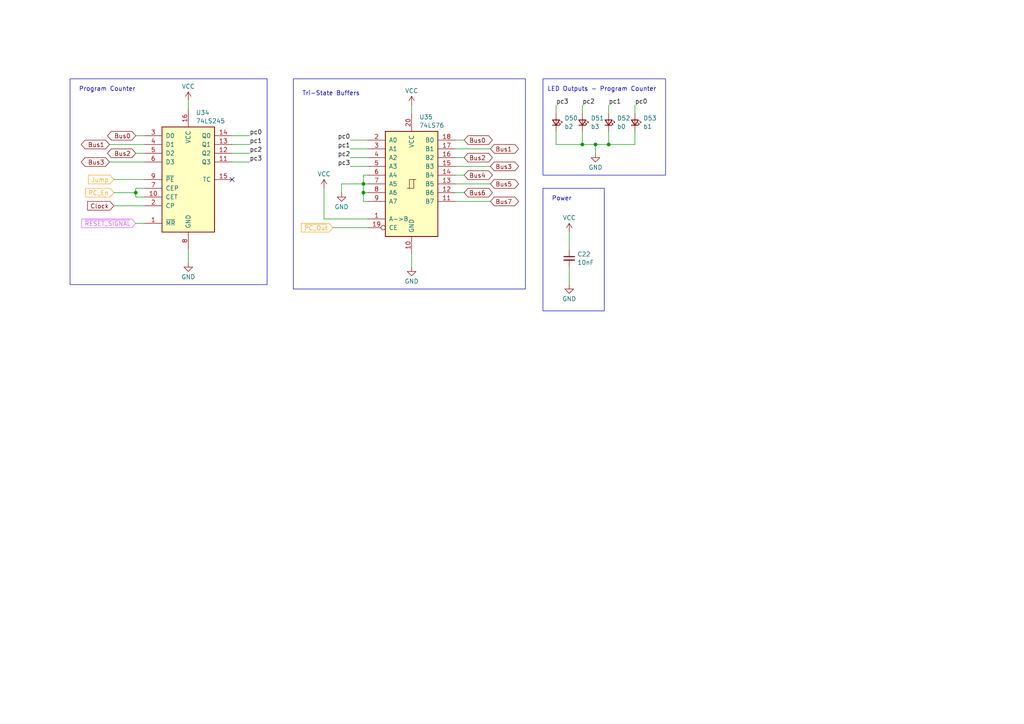
<source format=kicad_sch>
(kicad_sch (version 20230121) (generator eeschema)
  (paper "A4")
  (title_block (title "Program Counter") (date "2024-01-27") (rev "1.0"))
  (lib_symbols
    (symbol "74xx:74LS161" (pin_names (offset 1.016))
      (property "Reference" "U" (at -7.62 16.51 0))
      (property "Value" "74LS161" (at -7.62 -16.51 0))
      (symbol "74LS161_1_0"
        (pin input line (at -12.7 -12.7 0) (length 5.08) (name "~{MR}") (number "1"))
        (pin input line (at -12.7 -5.08 0) (length 5.08) (name "CET") (number "10"))
        (pin output line (at 12.7 5.08 180) (length 5.08) (name "Q3") (number "11"))
        (pin output line (at 12.7 7.62 180) (length 5.08) (name "Q2") (number "12"))
        (pin output line (at 12.7 10.16 180) (length 5.08) (name "Q1") (number "13"))
        (pin output line (at 12.7 12.7 180) (length 5.08) (name "Q0") (number "14"))
        (pin output line (at 12.7 0 180) (length 5.08) (name "TC") (number "15"))
        (pin power_in line (at 0 20.32 270) (length 5.08) (name "VCC") (number "16"))
        (pin input line (at -12.7 -7.62 0) (length 5.08) (name "CP") (number "2"))
        (pin input line (at -12.7 12.7 0) (length 5.08) (name "D0") (number "3"))
        (pin input line (at -12.7 10.16 0) (length 5.08) (name "D1") (number "4"))
        (pin input line (at -12.7 7.62 0) (length 5.08) (name "D2") (number "5"))
        (pin input line (at -12.7 5.08 0) (length 5.08) (name "D3") (number "6"))
        (pin input line (at -12.7 -2.54 0) (length 5.08) (name "CEP") (number "7"))
        (pin power_in line (at 0 -20.32 90) (length 5.08) (name "GND") (number "8"))
        (pin input line (at -12.7 0 0) (length 5.08) (name "~{PE}") (number "9"))
      )
      (symbol "74LS161_1_1"
        (rectangle (start -7.62 15.24) (end 7.62 -15.24) (stroke (width 0.254)) (fill (type background)))
      )
    )
    (symbol "74xx:74LS245" (pin_names (offset 1.016))
      (property "Reference" "U32" (at 2.1941 19.3843 0))
      (property "Value" "74LS245" (at 2.1941 16.9601 0))
      (symbol "74LS245_1_0"
        (polyline (pts (xy -0.635 -1.27) (xy -0.635 1.27) (xy 0.635 1.27)))
        (polyline (pts (xy -1.27 -1.27) (xy 0.635 -1.27) (xy 0.635 1.27) (xy 1.27 1.27)))
        (pin input line (at -12.7 -10.16 0) (length 5.08) (name "A->B") (number "1"))
        (pin power_in line (at 0 -20.32 90) (length 5.08) (name "GND") (number "10"))
        (pin tri_state line (at 12.7 -5.08 180) (length 5.08) (name "B7") (number "11"))
        (pin tri_state line (at 12.7 -2.54 180) (length 5.08) (name "B6") (number "12"))
        (pin tri_state line (at 12.7 0 180) (length 5.08) (name "B5") (number "13"))
        (pin tri_state line (at 12.7 2.54 180) (length 5.08) (name "B4") (number "14"))
        (pin tri_state line (at 12.7 5.08 180) (length 5.08) (name "B3") (number "15"))
        (pin tri_state line (at 12.7 7.62 180) (length 5.08) (name "B2") (number "16"))
        (pin tri_state line (at 12.7 10.16 180) (length 5.08) (name "B1") (number "17"))
        (pin tri_state line (at 12.7 12.7 180) (length 5.08) (name "B0") (number "18"))
        (pin input inverted (at -12.7 -12.7 0) (length 5.08) (name "CE") (number "19"))
        (pin input line (at -12.7 12.7 0) (length 5.08) (name "A0") (number "2"))
        (pin power_in line (at 0 20.32 270) (length 5.08) (name "VCC") (number "20"))
        (pin input line (at -12.7 10.16 0) (length 5.08) (name "A1") (number "3"))
        (pin input line (at -12.7 7.62 0) (length 5.08) (name "A2") (number "4"))
        (pin input line (at -12.7 5.08 0) (length 5.08) (name "A3") (number "5"))
        (pin input line (at -12.7 2.54 0) (length 5.08) (name "A4") (number "6"))
        (pin input line (at -12.7 0 0) (length 5.08) (name "A5") (number "7"))
        (pin input line (at -12.7 -2.54 0) (length 5.08) (name "A6") (number "8"))
        (pin input line (at -12.7 -5.08 0) (length 5.08) (name "A7") (number "9"))
      )
      (symbol "74LS245_1_1"
        (rectangle (start -7.62 15.24) (end 7.62 -15.24) (stroke (width 0.254)) (fill (type background)))
      )
    )
    (symbol "Device:C_Small" (pin_numbers hide) (pin_names (offset 0.254) hide)
      (property "Reference" "C" (at 0.254 1.778 0))
      (property "Value" "C_Small" (at 0.254 -2.032 0))
      (symbol "C_Small_0_1"
        (polyline (pts (xy -1.524 -0.508) (xy 1.524 -0.508)) (stroke (width 0.3302)))
        (polyline (pts (xy -1.524 0.508) (xy 1.524 0.508)) (stroke (width 0.3048)))
      )
      (symbol "C_Small_1_1"
        (pin passive line (at 0 2.54 270) (length 2.032) (name "~") (number "1"))
        (pin passive line (at 0 -2.54 90) (length 2.032) (name "~") (number "2"))
      )
    )
    (symbol "Device:LED_Small" (pin_numbers hide) (pin_names (offset 0.254) hide)
      (property "Reference" "D" (at -1.27 3.175 0))
      (property "Value" "LED_Small" (at -4.445 -2.54 0))
      (symbol "LED_Small_0_1"
        (polyline (pts (xy -0.762 -1.016) (xy -0.762 1.016)) (stroke (width 0.254)))
        (polyline (pts (xy 1.016 0) (xy -0.762 0)))
        (polyline (pts (xy 0.762 -1.016) (xy -0.762 0) (xy 0.762 1.016) (xy 0.762 -1.016)) (stroke (width 0.254)))
        (polyline (pts (xy 0 0.762) (xy -0.508 1.27) (xy -0.254 1.27) (xy -0.508 1.27) (xy -0.508 1.016)))
        (polyline (pts (xy 0.508 1.27) (xy 0 1.778) (xy 0.254 1.778) (xy 0 1.778) (xy 0 1.524)))
      )
      (symbol "LED_Small_1_1"
        (pin passive line (at -2.54 0 0) (length 1.778) (name "K") (number "1"))
        (pin passive line (at 2.54 0 180) (length 1.778) (name "A") (number "2"))
      )
    )
    (symbol "power:GND" (power) (pin_names (offset 0))
      (property "Value" "GND" (at 0 -3.81 0))
      (symbol "GND_0_1"
        (polyline (pts (xy 0 0) (xy 0 -1.27) (xy 1.27 -1.27) (xy 0 -2.54) (xy -1.27 -1.27) (xy 0 -1.27)))
      )
      (symbol "GND_1_1"
        (pin power_in line (at 0 0 270) (length 0) hide (name "GND") (number "1"))
      )
    )
    (symbol "power:VCC" (power) (pin_names (offset 0))
      (property "Value" "VCC" (at 0 3.81 0))
      (symbol "VCC_0_1"
        (polyline (pts (xy -0.762 1.27) (xy 0 2.54)))
        (polyline (pts (xy 0 0) (xy 0 2.54)))
        (polyline (pts (xy 0 2.54) (xy 0.762 1.27)))
      )
      (symbol "VCC_1_1"
        (pin power_in line (at 0 0 90) (length 0) hide (name "VCC") (number "1"))
      )
    )
  )
  (junction (at 105.41 53.34))
  (junction (at 39.37 55.88))
  (junction (at 176.53 41.91))
  (junction (at 168.91 41.91))
  (junction (at 105.41 55.88))
  (junction (at 172.72 41.91))
  (no_connect (at 67.31 52.07))
  (wire (pts (xy 67.31 39.37) (xy 72.39 39.37)))
  (wire (pts (xy 93.98 63.5) (xy 106.68 63.5)))
  (wire (pts (xy 119.38 30.48) (xy 119.38 33.02)))
  (wire (pts (xy 41.91 46.99) (xy 31.75 46.99)))
  (wire (pts (xy 106.68 48.26) (xy 101.6 48.26)))
  (wire (pts (xy 172.72 41.91) (xy 172.72 44.45)))
  (wire (pts (xy 39.37 57.15) (xy 41.91 57.15)))
  (wire (pts (xy 106.68 45.72) (xy 101.6 45.72)))
  (wire (pts (xy 161.29 30.48) (xy 161.29 33.02)))
  (wire (pts (xy 119.38 73.66) (xy 119.38 77.47)))
  (wire (pts (xy 54.61 29.21) (xy 54.61 31.75)))
  (wire (pts (xy 39.37 54.61) (xy 39.37 55.88)))
  (wire (pts (xy 33.02 59.69) (xy 41.91 59.69)))
  (wire (pts (xy 41.91 54.61) (xy 39.37 54.61)))
  (wire (pts (xy 105.41 50.8) (xy 106.68 50.8)))
  (wire (pts (xy 67.31 46.99) (xy 72.39 46.99)))
  (wire (pts (xy 132.08 43.18) (xy 142.24 43.18)))
  (wire (pts (xy 168.91 30.48) (xy 168.91 33.02)))
  (wire (pts (xy 176.53 41.91) (xy 172.72 41.91)))
  (wire (pts (xy 132.08 48.26) (xy 142.24 48.26)))
  (wire (pts (xy 132.08 58.42) (xy 142.24 58.42)))
  (wire (pts (xy 132.08 45.72) (xy 134.62 45.72)))
  (wire (pts (xy 41.91 44.45) (xy 39.37 44.45)))
  (wire (pts (xy 176.53 30.48) (xy 176.53 33.02)))
  (wire (pts (xy 99.06 53.34) (xy 99.06 55.88)))
  (wire (pts (xy 39.37 55.88) (xy 39.37 57.15)))
  (wire (pts (xy 168.91 38.1) (xy 168.91 41.91)))
  (wire (pts (xy 132.08 53.34) (xy 142.24 53.34)))
  (wire (pts (xy 105.41 55.88) (xy 105.41 53.34)))
  (wire (pts (xy 33.02 52.07) (xy 41.91 52.07)))
  (wire (pts (xy 106.68 43.18) (xy 101.6 43.18)))
  (wire (pts (xy 33.02 55.88) (xy 39.37 55.88)))
  (wire (pts (xy 172.72 41.91) (xy 168.91 41.91)))
  (wire (pts (xy 106.68 40.64) (xy 101.6 40.64)))
  (wire (pts (xy 93.98 54.61) (xy 93.98 63.5)))
  (wire (pts (xy 184.15 41.91) (xy 184.15 38.1)))
  (wire (pts (xy 105.41 53.34) (xy 105.41 50.8)))
  (wire (pts (xy 132.08 55.88) (xy 134.62 55.88)))
  (wire (pts (xy 105.41 53.34) (xy 106.68 53.34)))
  (wire (pts (xy 161.29 38.1) (xy 161.29 41.91)))
  (wire (pts (xy 96.52 66.04) (xy 106.68 66.04)))
  (wire (pts (xy 99.06 53.34) (xy 105.41 53.34)))
  (wire (pts (xy 176.53 38.1) (xy 176.53 41.91)))
  (wire (pts (xy 132.08 50.8) (xy 134.62 50.8)))
  (wire (pts (xy 54.61 72.39) (xy 54.61 76.2)))
  (wire (pts (xy 132.08 40.64) (xy 134.62 40.64)))
  (wire (pts (xy 176.53 41.91) (xy 184.15 41.91)))
  (wire (pts (xy 41.91 41.91) (xy 31.75 41.91)))
  (wire (pts (xy 41.91 39.37) (xy 39.37 39.37)))
  (wire (pts (xy 67.31 44.45) (xy 72.39 44.45)))
  (wire (pts (xy 165.1 77.47) (xy 165.1 82.55)))
  (wire (pts (xy 168.91 41.91) (xy 161.29 41.91)))
  (wire (pts (xy 105.41 55.88) (xy 106.68 55.88)))
  (wire (pts (xy 184.15 30.48) (xy 184.15 33.02)))
  (wire (pts (xy 39.37 64.77) (xy 41.91 64.77)))
  (wire (pts (xy 67.31 41.91) (xy 72.39 41.91)))
  (wire (pts (xy 106.68 58.42) (xy 105.41 58.42)))
  (wire (pts (xy 105.41 58.42) (xy 105.41 55.88)))
  (wire (pts (xy 165.1 67.31) (xy 165.1 72.39)))
  (rectangle (start 85.09 22.86) (end 152.4 83.82))
  (rectangle (start 157.48 22.86) (end 193.04 50.8))
  (rectangle (start 157.48 54.61) (end 175.26 90.17))
  (rectangle (start 20.32 22.86) (end 77.47 82.55))
  (text "Tri-State Buffers" (at 87.63 27.94 0) (effects (font (size 1.27 1.27)) (justify left bottom)))
  (text "LED Outputs - Program Counter" (at 158.75 26.67 0) (effects (font (size 1.27 1.27)) (justify left bottom)))
  (text "Program Counter" (at 22.86 26.67 0) (effects (font (size 1.27 1.27)) (justify left bottom)))
  (text "Power" (at 160.02 58.42 0) (effects (font (size 1.27 1.27)) (justify left bottom)))
  (label "pc2" (at 101.6 45.72 180))
  (label "pc1" (at 176.53 30.48 0))
  (label "pc2" (at 168.91 30.48 0))
  (label "pc3" (at 101.6 48.26 180))
  (label "pc0" (at 101.6 40.64 180))
  (label "pc0" (at 184.15 30.48 0))
  (label "pc3" (at 72.39 46.99 0))
  (label "pc1" (at 72.39 41.91 0))
  (label "pc0" (at 72.39 39.37 0))
  (label "pc3" (at 161.29 30.48 0))
  (label "pc2" (at 72.39 44.45 0))
  (label "pc1" (at 101.6 43.18 180))
  (global_label "Bus1" (shape tri_state) (at 31.75 41.91 180) (property "Intersheetrefs" "${INTERSHEET_REFS}" (effects hide)))
  (global_label "Clock" (shape input) (at 33.02 59.69 180) (property "Intersheetrefs" "${INTERSHEET_REFS}" (effects hide)))
  (global_label "Bus1" (shape tri_state) (at 142.24 43.18 0) (property "Intersheetrefs" "${INTERSHEET_REFS}" (effects hide)))
  (global_label "Bus5" (shape tri_state) (at 142.24 53.34 0) (property "Intersheetrefs" "${INTERSHEET_REFS}" (effects hide)))
  (global_label "Bus3" (shape tri_state) (at 142.24 48.26 0) (property "Intersheetrefs" "${INTERSHEET_REFS}" (effects hide)))
  (global_label "~{PC_Out}" (shape input) (at 96.52 66.04 180) (property "Intersheetrefs" "${INTERSHEET_REFS}" (effects hide)))
  (global_label "PC_En" (shape input) (at 33.02 55.88 180) (property "Intersheetrefs" "${INTERSHEET_REFS}" (effects hide)))
  (global_label "Bus2" (shape tri_state) (at 134.62 45.72 0) (property "Intersheetrefs" "${INTERSHEET_REFS}" (effects hide)))
  (global_label "Bus0" (shape tri_state) (at 39.37 39.37 180) (property "Intersheetrefs" "${INTERSHEET_REFS}" (effects hide)))
  (global_label "Bus7" (shape tri_state) (at 142.24 58.42 0) (property "Intersheetrefs" "${INTERSHEET_REFS}" (effects hide)))
  (global_label "Jump" (shape input) (at 33.02 52.07 180) (property "Intersheetrefs" "${INTERSHEET_REFS}" (effects hide)))
  (global_label "Bus0" (shape tri_state) (at 134.62 40.64 0) (property "Intersheetrefs" "${INTERSHEET_REFS}" (effects hide)))
  (global_label "Bus6" (shape tri_state) (at 134.62 55.88 0) (property "Intersheetrefs" "${INTERSHEET_REFS}" (effects hide)))
  (global_label "~{RESET_SIGNAL}" (shape input) (at 39.37 64.77 180) (property "Intersheetrefs" "${INTERSHEET_REFS}" (effects hide)))
  (global_label "Bus3" (shape tri_state) (at 31.75 46.99 180) (property "Intersheetrefs" "${INTERSHEET_REFS}" (effects hide)))
  (global_label "Bus2" (shape tri_state) (at 39.37 44.45 180) (property "Intersheetrefs" "${INTERSHEET_REFS}" (effects hide)))
  (global_label "Bus4" (shape tri_state) (at 134.62 50.8 0) (property "Intersheetrefs" "${INTERSHEET_REFS}" (effects hide)))
  (symbol (lib_id "power:VCC") (at 93.98 54.61 0) (unit 1)
    (property "Reference" "#PWR0145" (effects hide))
    (property "Value" "VCC" (at 93.98 50.4769 0))
  )
  (symbol (lib_id "Device:C_Small") (at 165.1 74.93 0) (unit 1)
    (property "Reference" "C22" (at 167.4241 73.7242 0) (effects (justify left)))
    (property "Value" "10nF" (at 167.4241 76.1484 0) (effects (justify left)))
    (property "Footprint" "Capacitor_THT:C_Disc_D3.4mm_W2.1mm_P2.50mm" (effects hide))
  )
  (symbol (lib_id "power:VCC") (at 54.61 29.21 0) (unit 1)
    (property "Reference" "#PWR0143" (effects hide))
    (property "Value" "VCC" (at 54.61 25.0769 0))
  )
  (symbol (lib_id "74xx:74LS161") (at 54.61 52.07 0) (unit 1)
    (property "Reference" "U34" (at 56.8041 32.6857 0) (effects (justify left)))
    (property "Value" "74LS245" (at 56.8041 35.1099 0) (effects (justify left)))
    (property "Footprint" "Package_DIP:DIP-20_W7.62mm" (effects hide))
    (property "Datasheet" "http://www.ti.com/lit/gpn/sn74LS161" (effects hide))
  )
  (symbol (lib_id "power:VCC") (at 119.38 30.48 0) (unit 1)
    (property "Reference" "#PWR0147" (effects hide))
    (property "Value" "VCC" (at 119.38 26.3469 0))
  )
  (symbol (lib_id "Device:LED_Small") (at 176.53 35.56 270) (mirror x) (unit 1)
    (property "Reference" "D52" (at 178.943 34.2844 90) (effects (justify left)))
    (property "Value" "b0" (at 178.943 36.7086 90) (effects (justify left)))
    (property "Footprint" "LED_THT:LED_D5.0mm" (effects hide))
  )
  (symbol (lib_id "power:VCC") (at 165.1 67.31 0) (unit 1)
    (property "Reference" "#PWR0149" (effects hide))
    (property "Value" "VCC" (at 165.1 63.1769 0))
  )
  (symbol (lib_id "74xx:74LS245") (at 119.38 53.34 0) (unit 1)
    (property "Reference" "U35" (at 121.5741 33.9557 0) (effects (justify left)))
    (property "Value" "74LS76" (at 121.5741 36.3799 0) (effects (justify left)))
    (property "Footprint" "Package_DIP:DIP-16_W7.62mm" (effects hide))
    (property "Datasheet" "http://www.ti.com/lit/gpn/sn74LS245" (effects hide))
  )
  (symbol (lib_id "power:GND") (at 172.72 44.45 0) (mirror y) (unit 1)
    (property "Reference" "#PWR0151" (effects hide))
    (property "Value" "GND" (at 172.72 48.5831 0))
  )
  (symbol (lib_id "Device:LED_Small") (at 161.29 35.56 270) (mirror x) (unit 1)
    (property "Reference" "D50" (at 163.703 34.2844 90) (effects (justify left)))
    (property "Value" "b2" (at 163.703 36.7086 90) (effects (justify left)))
    (property "Footprint" "LED_THT:LED_D5.0mm" (effects hide))
  )
  (symbol (lib_id "Device:LED_Small") (at 168.91 35.56 270) (mirror x) (unit 1)
    (property "Reference" "D51" (at 171.323 34.2844 90) (effects (justify left)))
    (property "Value" "b3" (at 171.323 36.7086 90) (effects (justify left)))
    (property "Footprint" "LED_THT:LED_D5.0mm" (effects hide))
  )
  (symbol (lib_id "power:GND") (at 99.06 55.88 0) (unit 1)
    (property "Reference" "#PWR0146" (effects hide))
    (property "Value" "GND" (at 99.06 60.0131 0))
  )
  (symbol (lib_id "Device:LED_Small") (at 184.15 35.56 270) (mirror x) (unit 1)
    (property "Reference" "D53" (at 186.563 34.2844 90) (effects (justify left)))
    (property "Value" "b1" (at 186.563 36.7086 90) (effects (justify left)))
    (property "Footprint" "LED_THT:LED_D5.0mm" (effects hide))
  )
  (symbol (lib_id "power:GND") (at 54.61 76.2 0) (unit 1)
    (property "Reference" "#PWR0144" (effects hide))
    (property "Value" "GND" (at 54.61 80.3331 0))
  )
  (symbol (lib_id "power:GND") (at 119.38 77.47 0) (unit 1)
    (property "Reference" "#PWR0148" (effects hide))
    (property "Value" "GND" (at 119.38 81.6031 0))
  )
  (symbol (lib_id "power:GND") (at 165.1 82.55 0) (unit 1)
    (property "Reference" "#PWR0150" (effects hide))
    (property "Value" "GND" (at 165.1 86.6831 0))
  )
)
</source>
